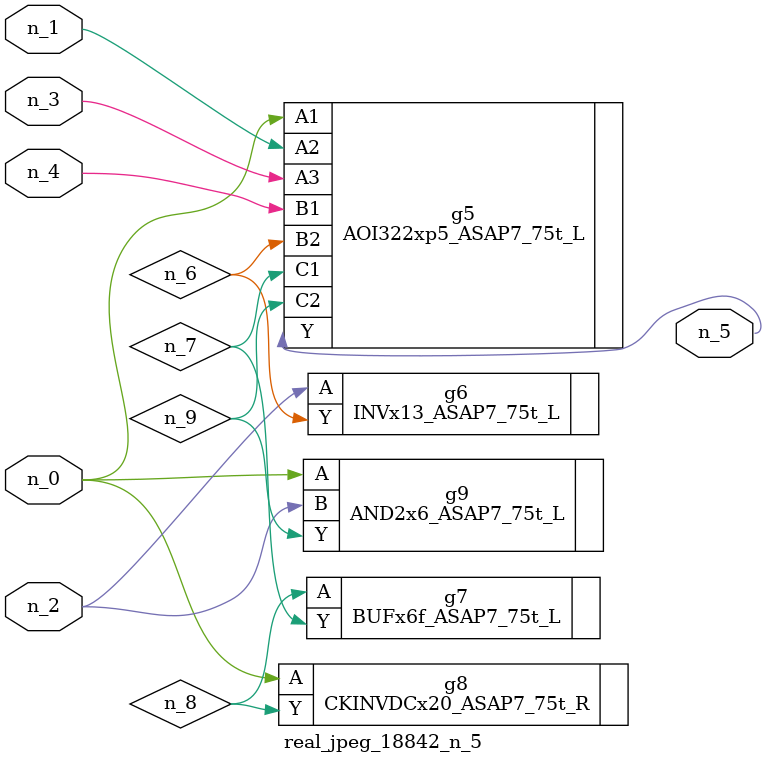
<source format=v>
module real_jpeg_18842_n_5 (n_4, n_0, n_1, n_2, n_3, n_5);

input n_4;
input n_0;
input n_1;
input n_2;
input n_3;

output n_5;

wire n_8;
wire n_6;
wire n_7;
wire n_9;

AOI322xp5_ASAP7_75t_L g5 ( 
.A1(n_0),
.A2(n_1),
.A3(n_3),
.B1(n_4),
.B2(n_6),
.C1(n_7),
.C2(n_9),
.Y(n_5)
);

CKINVDCx20_ASAP7_75t_R g8 ( 
.A(n_0),
.Y(n_8)
);

AND2x6_ASAP7_75t_L g9 ( 
.A(n_0),
.B(n_2),
.Y(n_9)
);

INVx13_ASAP7_75t_L g6 ( 
.A(n_2),
.Y(n_6)
);

BUFx6f_ASAP7_75t_L g7 ( 
.A(n_8),
.Y(n_7)
);


endmodule
</source>
